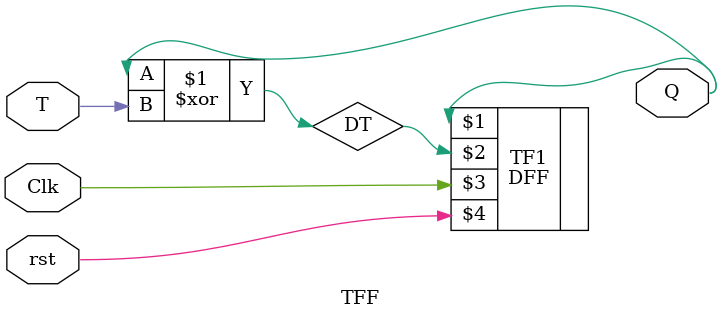
<source format=v>
`timescale 1ns / 1ps

module TFF(Q,T,Clk,rst);
    output Q;
    input T,Clk,rst;
    wire DT;
    assign DT = Q ^ T;
    DFF TF1(Q,DT,Clk,rst);
endmodule

</source>
